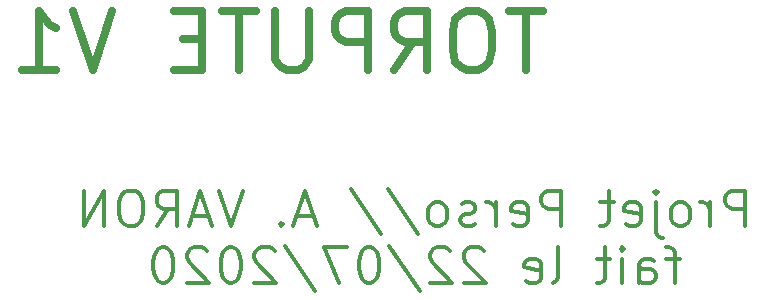
<source format=gbo>
%TF.GenerationSoftware,KiCad,Pcbnew,(5.1.6)-1*%
%TF.CreationDate,2020-07-22T22:47:16+02:00*%
%TF.ProjectId,circuit,63697263-7569-4742-9e6b-696361645f70,rev?*%
%TF.SameCoordinates,Original*%
%TF.FileFunction,Legend,Bot*%
%TF.FilePolarity,Positive*%
%FSLAX46Y46*%
G04 Gerber Fmt 4.6, Leading zero omitted, Abs format (unit mm)*
G04 Created by KiCad (PCBNEW (5.1.6)-1) date 2020-07-22 22:47:16*
%MOMM*%
%LPD*%
G01*
G04 APERTURE LIST*
%ADD10C,0.300000*%
%ADD11C,0.700000*%
G04 APERTURE END LIST*
D10*
X178368000Y-110082142D02*
X178368000Y-107082142D01*
X177225142Y-107082142D01*
X176939428Y-107225000D01*
X176796571Y-107367857D01*
X176653714Y-107653571D01*
X176653714Y-108082142D01*
X176796571Y-108367857D01*
X176939428Y-108510714D01*
X177225142Y-108653571D01*
X178368000Y-108653571D01*
X175368000Y-110082142D02*
X175368000Y-108082142D01*
X175368000Y-108653571D02*
X175225142Y-108367857D01*
X175082285Y-108225000D01*
X174796571Y-108082142D01*
X174510857Y-108082142D01*
X173082285Y-110082142D02*
X173368000Y-109939285D01*
X173510857Y-109796428D01*
X173653714Y-109510714D01*
X173653714Y-108653571D01*
X173510857Y-108367857D01*
X173368000Y-108225000D01*
X173082285Y-108082142D01*
X172653714Y-108082142D01*
X172368000Y-108225000D01*
X172225142Y-108367857D01*
X172082285Y-108653571D01*
X172082285Y-109510714D01*
X172225142Y-109796428D01*
X172368000Y-109939285D01*
X172653714Y-110082142D01*
X173082285Y-110082142D01*
X170796571Y-108082142D02*
X170796571Y-110653571D01*
X170939428Y-110939285D01*
X171225142Y-111082142D01*
X171368000Y-111082142D01*
X170796571Y-107082142D02*
X170939428Y-107225000D01*
X170796571Y-107367857D01*
X170653714Y-107225000D01*
X170796571Y-107082142D01*
X170796571Y-107367857D01*
X168225142Y-109939285D02*
X168510857Y-110082142D01*
X169082285Y-110082142D01*
X169368000Y-109939285D01*
X169510857Y-109653571D01*
X169510857Y-108510714D01*
X169368000Y-108225000D01*
X169082285Y-108082142D01*
X168510857Y-108082142D01*
X168225142Y-108225000D01*
X168082285Y-108510714D01*
X168082285Y-108796428D01*
X169510857Y-109082142D01*
X167225142Y-108082142D02*
X166082285Y-108082142D01*
X166796571Y-107082142D02*
X166796571Y-109653571D01*
X166653714Y-109939285D01*
X166368000Y-110082142D01*
X166082285Y-110082142D01*
X162796571Y-110082142D02*
X162796571Y-107082142D01*
X161653714Y-107082142D01*
X161368000Y-107225000D01*
X161225142Y-107367857D01*
X161082285Y-107653571D01*
X161082285Y-108082142D01*
X161225142Y-108367857D01*
X161368000Y-108510714D01*
X161653714Y-108653571D01*
X162796571Y-108653571D01*
X158653714Y-109939285D02*
X158939428Y-110082142D01*
X159510857Y-110082142D01*
X159796571Y-109939285D01*
X159939428Y-109653571D01*
X159939428Y-108510714D01*
X159796571Y-108225000D01*
X159510857Y-108082142D01*
X158939428Y-108082142D01*
X158653714Y-108225000D01*
X158510857Y-108510714D01*
X158510857Y-108796428D01*
X159939428Y-109082142D01*
X157225142Y-110082142D02*
X157225142Y-108082142D01*
X157225142Y-108653571D02*
X157082285Y-108367857D01*
X156939428Y-108225000D01*
X156653714Y-108082142D01*
X156368000Y-108082142D01*
X155510857Y-109939285D02*
X155225142Y-110082142D01*
X154653714Y-110082142D01*
X154368000Y-109939285D01*
X154225142Y-109653571D01*
X154225142Y-109510714D01*
X154368000Y-109225000D01*
X154653714Y-109082142D01*
X155082285Y-109082142D01*
X155368000Y-108939285D01*
X155510857Y-108653571D01*
X155510857Y-108510714D01*
X155368000Y-108225000D01*
X155082285Y-108082142D01*
X154653714Y-108082142D01*
X154368000Y-108225000D01*
X152510857Y-110082142D02*
X152796571Y-109939285D01*
X152939428Y-109796428D01*
X153082285Y-109510714D01*
X153082285Y-108653571D01*
X152939428Y-108367857D01*
X152796571Y-108225000D01*
X152510857Y-108082142D01*
X152082285Y-108082142D01*
X151796571Y-108225000D01*
X151653714Y-108367857D01*
X151510857Y-108653571D01*
X151510857Y-109510714D01*
X151653714Y-109796428D01*
X151796571Y-109939285D01*
X152082285Y-110082142D01*
X152510857Y-110082142D01*
X148082285Y-106939285D02*
X150653714Y-110796428D01*
X144939428Y-106939285D02*
X147510857Y-110796428D01*
X141796571Y-109225000D02*
X140368000Y-109225000D01*
X142082285Y-110082142D02*
X141082285Y-107082142D01*
X140082285Y-110082142D01*
X139082285Y-109796428D02*
X138939428Y-109939285D01*
X139082285Y-110082142D01*
X139225142Y-109939285D01*
X139082285Y-109796428D01*
X139082285Y-110082142D01*
X135796571Y-107082142D02*
X134796571Y-110082142D01*
X133796571Y-107082142D01*
X132939428Y-109225000D02*
X131510857Y-109225000D01*
X133225142Y-110082142D02*
X132225142Y-107082142D01*
X131225142Y-110082142D01*
X128510857Y-110082142D02*
X129510857Y-108653571D01*
X130225142Y-110082142D02*
X130225142Y-107082142D01*
X129082285Y-107082142D01*
X128796571Y-107225000D01*
X128653714Y-107367857D01*
X128510857Y-107653571D01*
X128510857Y-108082142D01*
X128653714Y-108367857D01*
X128796571Y-108510714D01*
X129082285Y-108653571D01*
X130225142Y-108653571D01*
X126653714Y-107082142D02*
X126082285Y-107082142D01*
X125796571Y-107225000D01*
X125510857Y-107510714D01*
X125368000Y-108082142D01*
X125368000Y-109082142D01*
X125510857Y-109653571D01*
X125796571Y-109939285D01*
X126082285Y-110082142D01*
X126653714Y-110082142D01*
X126939428Y-109939285D01*
X127225142Y-109653571D01*
X127368000Y-109082142D01*
X127368000Y-108082142D01*
X127225142Y-107510714D01*
X126939428Y-107225000D01*
X126653714Y-107082142D01*
X124082285Y-110082142D02*
X124082285Y-107082142D01*
X122368000Y-110082142D01*
X122368000Y-107082142D01*
X172796571Y-112882142D02*
X171653714Y-112882142D01*
X172368000Y-114882142D02*
X172368000Y-112310714D01*
X172225142Y-112025000D01*
X171939428Y-111882142D01*
X171653714Y-111882142D01*
X169368000Y-114882142D02*
X169368000Y-113310714D01*
X169510857Y-113025000D01*
X169796571Y-112882142D01*
X170368000Y-112882142D01*
X170653714Y-113025000D01*
X169368000Y-114739285D02*
X169653714Y-114882142D01*
X170368000Y-114882142D01*
X170653714Y-114739285D01*
X170796571Y-114453571D01*
X170796571Y-114167857D01*
X170653714Y-113882142D01*
X170368000Y-113739285D01*
X169653714Y-113739285D01*
X169368000Y-113596428D01*
X167939428Y-114882142D02*
X167939428Y-112882142D01*
X167939428Y-111882142D02*
X168082285Y-112025000D01*
X167939428Y-112167857D01*
X167796571Y-112025000D01*
X167939428Y-111882142D01*
X167939428Y-112167857D01*
X166939428Y-112882142D02*
X165796571Y-112882142D01*
X166510857Y-111882142D02*
X166510857Y-114453571D01*
X166368000Y-114739285D01*
X166082285Y-114882142D01*
X165796571Y-114882142D01*
X162082285Y-114882142D02*
X162368000Y-114739285D01*
X162510857Y-114453571D01*
X162510857Y-111882142D01*
X159796571Y-114739285D02*
X160082285Y-114882142D01*
X160653714Y-114882142D01*
X160939428Y-114739285D01*
X161082285Y-114453571D01*
X161082285Y-113310714D01*
X160939428Y-113025000D01*
X160653714Y-112882142D01*
X160082285Y-112882142D01*
X159796571Y-113025000D01*
X159653714Y-113310714D01*
X159653714Y-113596428D01*
X161082285Y-113882142D01*
X156225142Y-112167857D02*
X156082285Y-112025000D01*
X155796571Y-111882142D01*
X155082285Y-111882142D01*
X154796571Y-112025000D01*
X154653714Y-112167857D01*
X154510857Y-112453571D01*
X154510857Y-112739285D01*
X154653714Y-113167857D01*
X156368000Y-114882142D01*
X154510857Y-114882142D01*
X153368000Y-112167857D02*
X153225142Y-112025000D01*
X152939428Y-111882142D01*
X152225142Y-111882142D01*
X151939428Y-112025000D01*
X151796571Y-112167857D01*
X151653714Y-112453571D01*
X151653714Y-112739285D01*
X151796571Y-113167857D01*
X153510857Y-114882142D01*
X151653714Y-114882142D01*
X148225142Y-111739285D02*
X150796571Y-115596428D01*
X146653714Y-111882142D02*
X146368000Y-111882142D01*
X146082285Y-112025000D01*
X145939428Y-112167857D01*
X145796571Y-112453571D01*
X145653714Y-113025000D01*
X145653714Y-113739285D01*
X145796571Y-114310714D01*
X145939428Y-114596428D01*
X146082285Y-114739285D01*
X146368000Y-114882142D01*
X146653714Y-114882142D01*
X146939428Y-114739285D01*
X147082285Y-114596428D01*
X147225142Y-114310714D01*
X147368000Y-113739285D01*
X147368000Y-113025000D01*
X147225142Y-112453571D01*
X147082285Y-112167857D01*
X146939428Y-112025000D01*
X146653714Y-111882142D01*
X144653714Y-111882142D02*
X142653714Y-111882142D01*
X143939428Y-114882142D01*
X139368000Y-111739285D02*
X141939428Y-115596428D01*
X138510857Y-112167857D02*
X138368000Y-112025000D01*
X138082285Y-111882142D01*
X137368000Y-111882142D01*
X137082285Y-112025000D01*
X136939428Y-112167857D01*
X136796571Y-112453571D01*
X136796571Y-112739285D01*
X136939428Y-113167857D01*
X138653714Y-114882142D01*
X136796571Y-114882142D01*
X134939428Y-111882142D02*
X134653714Y-111882142D01*
X134368000Y-112025000D01*
X134225142Y-112167857D01*
X134082285Y-112453571D01*
X133939428Y-113025000D01*
X133939428Y-113739285D01*
X134082285Y-114310714D01*
X134225142Y-114596428D01*
X134368000Y-114739285D01*
X134653714Y-114882142D01*
X134939428Y-114882142D01*
X135225142Y-114739285D01*
X135368000Y-114596428D01*
X135510857Y-114310714D01*
X135653714Y-113739285D01*
X135653714Y-113025000D01*
X135510857Y-112453571D01*
X135368000Y-112167857D01*
X135225142Y-112025000D01*
X134939428Y-111882142D01*
X132796571Y-112167857D02*
X132653714Y-112025000D01*
X132367999Y-111882142D01*
X131653714Y-111882142D01*
X131367999Y-112025000D01*
X131225142Y-112167857D01*
X131082285Y-112453571D01*
X131082285Y-112739285D01*
X131225142Y-113167857D01*
X132939428Y-114882142D01*
X131082285Y-114882142D01*
X129225142Y-111882142D02*
X128939428Y-111882142D01*
X128653714Y-112025000D01*
X128510857Y-112167857D01*
X128367999Y-112453571D01*
X128225142Y-113025000D01*
X128225142Y-113739285D01*
X128367999Y-114310714D01*
X128510857Y-114596428D01*
X128653714Y-114739285D01*
X128939428Y-114882142D01*
X129225142Y-114882142D01*
X129510857Y-114739285D01*
X129653714Y-114596428D01*
X129796571Y-114310714D01*
X129939428Y-113739285D01*
X129939428Y-113025000D01*
X129796571Y-112453571D01*
X129653714Y-112167857D01*
X129510857Y-112025000D01*
X129225142Y-111882142D01*
D11*
X161199904Y-91876904D02*
X158342761Y-91876904D01*
X159771333Y-96876904D02*
X159771333Y-91876904D01*
X155723714Y-91876904D02*
X154771333Y-91876904D01*
X154295142Y-92115000D01*
X153818952Y-92591190D01*
X153580857Y-93543571D01*
X153580857Y-95210238D01*
X153818952Y-96162619D01*
X154295142Y-96638809D01*
X154771333Y-96876904D01*
X155723714Y-96876904D01*
X156199904Y-96638809D01*
X156676095Y-96162619D01*
X156914190Y-95210238D01*
X156914190Y-93543571D01*
X156676095Y-92591190D01*
X156199904Y-92115000D01*
X155723714Y-91876904D01*
X148580857Y-96876904D02*
X150247523Y-94495952D01*
X151438000Y-96876904D02*
X151438000Y-91876904D01*
X149533238Y-91876904D01*
X149057047Y-92115000D01*
X148818952Y-92353095D01*
X148580857Y-92829285D01*
X148580857Y-93543571D01*
X148818952Y-94019761D01*
X149057047Y-94257857D01*
X149533238Y-94495952D01*
X151438000Y-94495952D01*
X146438000Y-96876904D02*
X146438000Y-91876904D01*
X144533238Y-91876904D01*
X144057047Y-92115000D01*
X143818952Y-92353095D01*
X143580857Y-92829285D01*
X143580857Y-93543571D01*
X143818952Y-94019761D01*
X144057047Y-94257857D01*
X144533238Y-94495952D01*
X146438000Y-94495952D01*
X141438000Y-91876904D02*
X141438000Y-95924523D01*
X141199904Y-96400714D01*
X140961809Y-96638809D01*
X140485619Y-96876904D01*
X139533238Y-96876904D01*
X139057047Y-96638809D01*
X138818952Y-96400714D01*
X138580857Y-95924523D01*
X138580857Y-91876904D01*
X136914190Y-91876904D02*
X134057047Y-91876904D01*
X135485619Y-96876904D02*
X135485619Y-91876904D01*
X132390380Y-94257857D02*
X130723714Y-94257857D01*
X130009428Y-96876904D02*
X132390380Y-96876904D01*
X132390380Y-91876904D01*
X130009428Y-91876904D01*
X124771333Y-91876904D02*
X123104666Y-96876904D01*
X121438000Y-91876904D01*
X117152285Y-96876904D02*
X120009428Y-96876904D01*
X118580857Y-96876904D02*
X118580857Y-91876904D01*
X119057047Y-92591190D01*
X119533238Y-93067380D01*
X120009428Y-93305476D01*
M02*

</source>
